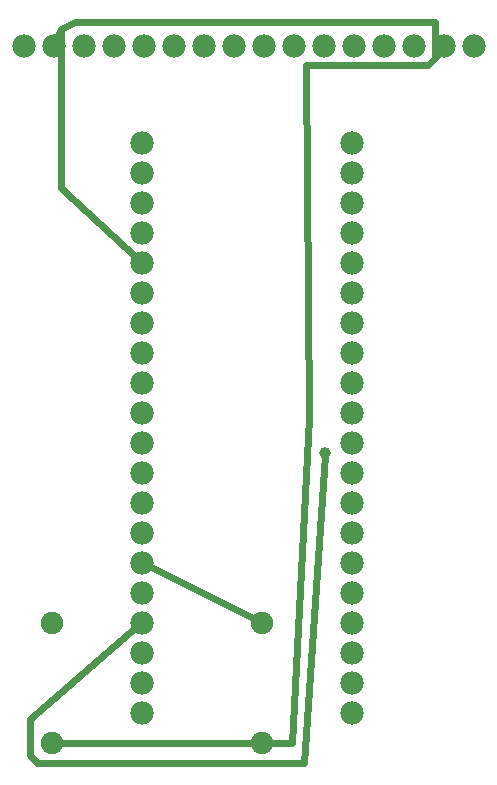
<source format=gbl>
G04 MADE WITH FRITZING*
G04 WWW.FRITZING.ORG*
G04 DOUBLE SIDED*
G04 HOLES PLATED*
G04 CONTOUR ON CENTER OF CONTOUR VECTOR*
%ASAXBY*%
%FSLAX23Y23*%
%MOIN*%
%OFA0B0*%
%SFA1.0B1.0*%
%ADD10C,0.075000*%
%ADD11C,0.039370*%
%ADD12C,0.078000*%
%ADD13C,0.024000*%
%LNCOPPER0*%
G90*
G70*
G54D10*
X1077Y729D03*
X1077Y329D03*
X1077Y729D03*
X1077Y329D03*
G54D11*
X1289Y1295D03*
G54D10*
X377Y729D03*
X377Y329D03*
G54D12*
X677Y2329D03*
X677Y2229D03*
X677Y2129D03*
X677Y2029D03*
X677Y1929D03*
X677Y1829D03*
X677Y1729D03*
X677Y1629D03*
X677Y1529D03*
X677Y1429D03*
X677Y1329D03*
X677Y1229D03*
X677Y1129D03*
X677Y1029D03*
X677Y929D03*
X677Y829D03*
X677Y729D03*
X677Y629D03*
X677Y529D03*
X677Y429D03*
X677Y2329D03*
X677Y2229D03*
X677Y2129D03*
X677Y2029D03*
X677Y1929D03*
X677Y1829D03*
X677Y1729D03*
X677Y1629D03*
X677Y1529D03*
X677Y1429D03*
X677Y1329D03*
X677Y1229D03*
X677Y1129D03*
X677Y1029D03*
X677Y929D03*
X677Y829D03*
X677Y729D03*
X677Y629D03*
X677Y529D03*
X677Y429D03*
X1377Y2329D03*
X1377Y2229D03*
X1377Y2129D03*
X1377Y2029D03*
X1377Y1929D03*
X1377Y1829D03*
X1377Y1729D03*
X1377Y1629D03*
X1377Y1529D03*
X1377Y1429D03*
X1377Y1329D03*
X1377Y1229D03*
X1377Y1129D03*
X1377Y1029D03*
X1377Y929D03*
X1377Y829D03*
X1377Y729D03*
X1377Y629D03*
X1377Y529D03*
X1377Y429D03*
X1377Y2329D03*
X1377Y2229D03*
X1377Y2129D03*
X1377Y2029D03*
X1377Y1929D03*
X1377Y1829D03*
X1377Y1729D03*
X1377Y1629D03*
X1377Y1529D03*
X1377Y1429D03*
X1377Y1329D03*
X1377Y1229D03*
X1377Y1129D03*
X1377Y1029D03*
X1377Y929D03*
X1377Y829D03*
X1377Y729D03*
X1377Y629D03*
X1377Y529D03*
X1377Y429D03*
X283Y2653D03*
X383Y2653D03*
X483Y2653D03*
X583Y2653D03*
X683Y2653D03*
X783Y2653D03*
X883Y2653D03*
X983Y2653D03*
X1083Y2653D03*
X1183Y2653D03*
X1283Y2653D03*
X1383Y2653D03*
X1483Y2653D03*
X1583Y2653D03*
X1683Y2653D03*
X1783Y2653D03*
G54D13*
X694Y921D02*
X1061Y737D01*
D02*
X663Y1942D02*
X408Y2180D01*
D02*
X408Y2180D02*
X408Y2708D01*
D02*
X408Y2708D02*
X456Y2732D01*
D02*
X456Y2732D02*
X1656Y2732D01*
D02*
X1656Y2732D02*
X1656Y2612D01*
D02*
X1656Y2612D02*
X1632Y2588D01*
D02*
X1632Y2588D02*
X1224Y2588D01*
D02*
X1224Y2588D02*
X1236Y1412D01*
D02*
X1177Y329D02*
X394Y329D01*
D02*
X1236Y1412D02*
X1177Y329D01*
D02*
X391Y2671D02*
X408Y2708D01*
D02*
X1673Y2638D02*
X1656Y2612D01*
D02*
X662Y717D02*
X305Y407D01*
D02*
X305Y407D02*
X305Y287D01*
D02*
X305Y287D02*
X329Y263D01*
D02*
X329Y263D02*
X1217Y263D01*
D02*
X1217Y263D02*
X1288Y1287D01*
G04 End of Copper0*
M02*
</source>
